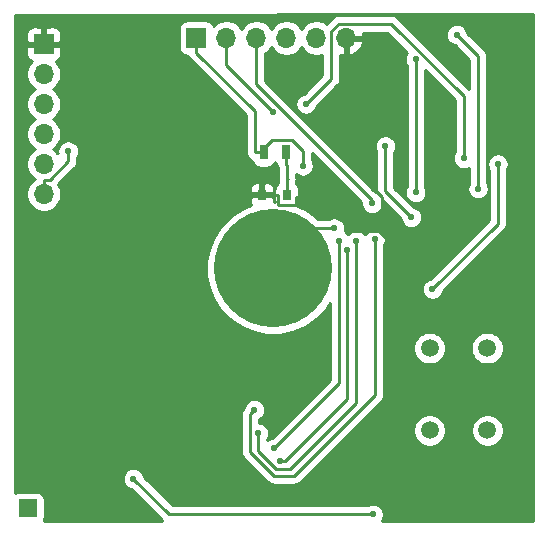
<source format=gtl>
G04 #@! TF.GenerationSoftware,KiCad,Pcbnew,5.1.7-a382d34a8~88~ubuntu18.04.1*
G04 #@! TF.CreationDate,2021-07-31T18:48:42+05:30*
G04 #@! TF.ProjectId,FrontEnd_HeavyDevice_v1,46726f6e-7445-46e6-945f-486561767944,rev?*
G04 #@! TF.SameCoordinates,Original*
G04 #@! TF.FileFunction,Copper,L1,Top*
G04 #@! TF.FilePolarity,Positive*
%FSLAX46Y46*%
G04 Gerber Fmt 4.6, Leading zero omitted, Abs format (unit mm)*
G04 Created by KiCad (PCBNEW 5.1.7-a382d34a8~88~ubuntu18.04.1) date 2021-07-31 18:48:42*
%MOMM*%
%LPD*%
G01*
G04 APERTURE LIST*
G04 #@! TA.AperFunction,ComponentPad*
%ADD10O,1.700000X1.700000*%
G04 #@! TD*
G04 #@! TA.AperFunction,ComponentPad*
%ADD11R,1.700000X1.700000*%
G04 #@! TD*
G04 #@! TA.AperFunction,SMDPad,CuDef*
%ADD12R,0.700000X1.300000*%
G04 #@! TD*
G04 #@! TA.AperFunction,SMDPad,CuDef*
%ADD13R,0.800000X0.900000*%
G04 #@! TD*
G04 #@! TA.AperFunction,ComponentPad*
%ADD14R,1.524000X1.524000*%
G04 #@! TD*
G04 #@! TA.AperFunction,SMDPad,CuDef*
%ADD15C,10.000000*%
G04 #@! TD*
G04 #@! TA.AperFunction,ComponentPad*
%ADD16C,1.500000*%
G04 #@! TD*
G04 #@! TA.AperFunction,ViaPad*
%ADD17C,0.550000*%
G04 #@! TD*
G04 #@! TA.AperFunction,Conductor*
%ADD18C,0.250000*%
G04 #@! TD*
G04 #@! TA.AperFunction,Conductor*
%ADD19C,0.254000*%
G04 #@! TD*
G04 #@! TA.AperFunction,Conductor*
%ADD20C,0.150000*%
G04 #@! TD*
G04 APERTURE END LIST*
D10*
X124240000Y-77890000D03*
X121700000Y-77890000D03*
X119160000Y-77890000D03*
X116620000Y-77890000D03*
X114080000Y-77890000D03*
D11*
X111540000Y-77890000D03*
X98623100Y-78399600D03*
D10*
X98623100Y-80939600D03*
X98623100Y-83479600D03*
X98623100Y-86019600D03*
X98623100Y-88559600D03*
X98623100Y-91099600D03*
D12*
X119149000Y-87566500D03*
X117249000Y-87566500D03*
D13*
X117090480Y-91178380D03*
X119190480Y-91178380D03*
D14*
X97287100Y-117704000D03*
D15*
X118029000Y-97373400D03*
D16*
X136177000Y-111097000D03*
X131297000Y-111097000D03*
X131282000Y-104140000D03*
X136162000Y-104140000D03*
D17*
X126559600Y-90690500D03*
X128701800Y-99247960D03*
X137066500Y-88552000D03*
X131523740Y-99141280D03*
X100684200Y-87466000D03*
X120818600Y-83479600D03*
X134159100Y-88073000D03*
X135387500Y-90642900D03*
X133588760Y-77604620D03*
X120566180Y-88719660D03*
X126418800Y-91894700D03*
X118030400Y-84135300D03*
X127540500Y-87024700D03*
X129739400Y-93058400D03*
X130106100Y-90964500D03*
X130106100Y-79704300D03*
X124317800Y-95859900D03*
X118610300Y-113737800D03*
X106197400Y-115209320D03*
X126494540Y-118219220D03*
X126644600Y-94942700D03*
X116449800Y-109360000D03*
X125094200Y-95048200D03*
X116798400Y-111360000D03*
X123613700Y-95048200D03*
X118110300Y-112621500D03*
X123215900Y-93984600D03*
D18*
X126559600Y-90690500D02*
X127233600Y-91364500D01*
X127233600Y-91364500D02*
X127233600Y-93968500D01*
X127233600Y-93968500D02*
X126983000Y-94219100D01*
X124240000Y-77890000D02*
X124240000Y-79115300D01*
X124240000Y-79115300D02*
X126559600Y-81434900D01*
X126559600Y-81434900D02*
X126559600Y-90690500D01*
X126983000Y-94219100D02*
X128701800Y-95937900D01*
X128701800Y-98859052D02*
X128701800Y-99247960D01*
X128701800Y-95937900D02*
X128701800Y-98859052D01*
X124767800Y-94219100D02*
X126983000Y-94219100D01*
X119965481Y-91363800D02*
X121912500Y-91363800D01*
X118415479Y-91178380D02*
X118415479Y-91928381D01*
X119965481Y-91928381D02*
X119965481Y-91363800D01*
X117090480Y-91178380D02*
X118415479Y-91178380D01*
X118415479Y-91928381D02*
X118490479Y-92003381D01*
X121912500Y-91363800D02*
X124767800Y-94219100D01*
X118490479Y-92003381D02*
X119890481Y-92003381D01*
X119890481Y-92003381D02*
X119965481Y-91928381D01*
X137066500Y-93598520D02*
X131523740Y-99141280D01*
X137066500Y-88552000D02*
X137066500Y-93598520D01*
X98623100Y-91099600D02*
X98623100Y-89874300D01*
X100684200Y-87466000D02*
X100684200Y-88321000D01*
X100684200Y-88321000D02*
X99130900Y-89874300D01*
X99130900Y-89874300D02*
X98623100Y-89874300D01*
X120818600Y-83479600D02*
X122970100Y-81328100D01*
X122970100Y-81328100D02*
X122970100Y-77336000D01*
X122970100Y-77336000D02*
X123641500Y-76664600D01*
X123641500Y-76664600D02*
X128019900Y-76664600D01*
X128019900Y-76664600D02*
X134159100Y-82803800D01*
X134159100Y-82803800D02*
X134159100Y-88073000D01*
X135387500Y-79403360D02*
X133588760Y-77604620D01*
X135387500Y-90642900D02*
X135387500Y-79403360D01*
X116886400Y-87566500D02*
X116523700Y-87566500D01*
X117249000Y-87566500D02*
X116886400Y-87566500D01*
X111540000Y-77890000D02*
X111540000Y-79115300D01*
X116523700Y-87566500D02*
X116523700Y-84099000D01*
X116523700Y-84099000D02*
X111540000Y-79115300D01*
X120566180Y-87432480D02*
X120566180Y-88719660D01*
X116886400Y-87566500D02*
X117942100Y-86510800D01*
X117942100Y-86510800D02*
X119644500Y-86510800D01*
X119644500Y-86510800D02*
X120566180Y-87432480D01*
X126418800Y-91894700D02*
X126418800Y-91604000D01*
X126418800Y-91604000D02*
X116620000Y-81805200D01*
X116620000Y-81805200D02*
X116620000Y-77890000D01*
X114080000Y-77890000D02*
X114080000Y-80184900D01*
X114080000Y-80184900D02*
X118030400Y-84135300D01*
X129739400Y-93058400D02*
X127540500Y-90859500D01*
X127540500Y-90859500D02*
X127540500Y-87024700D01*
X130106100Y-90964500D02*
X130106100Y-79704300D01*
X124317800Y-95859900D02*
X124317800Y-108457960D01*
X119037960Y-113737800D02*
X118610300Y-113737800D01*
X124317800Y-108457960D02*
X119037960Y-113737800D01*
X109207300Y-118219220D02*
X126494540Y-118219220D01*
X106197400Y-115209320D02*
X109207300Y-118219220D01*
X116101200Y-112929600D02*
X116101200Y-109708600D01*
X118104100Y-114932500D02*
X116101200Y-112929600D01*
X116101200Y-109708600D02*
X116449800Y-109360000D01*
X119844780Y-114932500D02*
X118104100Y-114932500D01*
X126644600Y-94942700D02*
X126644600Y-108132680D01*
X126644600Y-108132680D02*
X119844780Y-114932500D01*
X119492260Y-114401100D02*
X125094200Y-108799160D01*
X118307900Y-114401100D02*
X119492260Y-114401100D01*
X116798400Y-111360000D02*
X116798400Y-112891600D01*
X125094200Y-108799160D02*
X125094200Y-95048200D01*
X116798400Y-112891600D02*
X118307900Y-114401100D01*
X118110300Y-112621500D02*
X123613700Y-107118100D01*
X123613700Y-107118100D02*
X123613700Y-95048200D01*
X118029000Y-97373400D02*
X121417800Y-93984600D01*
X121417800Y-93984600D02*
X123215900Y-93984600D01*
X119240300Y-88683100D02*
X119149000Y-88591800D01*
X119257000Y-89786500D02*
X119240300Y-89769800D01*
X119149000Y-88591800D02*
X119149000Y-87566500D01*
X119240300Y-89769800D02*
X119240300Y-88683100D01*
X119240300Y-91128560D02*
X119190480Y-91178380D01*
X119240300Y-89769800D02*
X119240300Y-91128560D01*
D19*
X140060538Y-118760181D02*
X127231476Y-118754273D01*
X127300971Y-118650267D01*
X127369569Y-118484657D01*
X127404540Y-118308847D01*
X127404540Y-118129593D01*
X127369569Y-117953783D01*
X127300971Y-117788173D01*
X127201383Y-117639129D01*
X127074631Y-117512377D01*
X126925587Y-117412789D01*
X126759977Y-117344191D01*
X126584167Y-117309220D01*
X126404913Y-117309220D01*
X126229103Y-117344191D01*
X126063493Y-117412789D01*
X125994004Y-117459220D01*
X109522103Y-117459220D01*
X107088734Y-115025853D01*
X107072429Y-114943883D01*
X107003831Y-114778273D01*
X106904243Y-114629229D01*
X106777491Y-114502477D01*
X106628447Y-114402889D01*
X106462837Y-114334291D01*
X106287027Y-114299320D01*
X106107773Y-114299320D01*
X105931963Y-114334291D01*
X105766353Y-114402889D01*
X105617309Y-114502477D01*
X105490557Y-114629229D01*
X105390969Y-114778273D01*
X105322371Y-114943883D01*
X105287400Y-115119693D01*
X105287400Y-115298947D01*
X105322371Y-115474757D01*
X105390969Y-115640367D01*
X105490557Y-115789411D01*
X105617309Y-115916163D01*
X105766353Y-116015751D01*
X105931963Y-116084349D01*
X106013933Y-116100654D01*
X108643505Y-118730228D01*
X108656219Y-118745720D01*
X98622075Y-118741099D01*
X98638602Y-118710180D01*
X98674912Y-118590482D01*
X98687172Y-118466000D01*
X98687172Y-116942000D01*
X98674912Y-116817518D01*
X98638602Y-116697820D01*
X98579637Y-116587506D01*
X98500285Y-116490815D01*
X98403594Y-116411463D01*
X98293280Y-116352498D01*
X98173582Y-116316188D01*
X98049100Y-116303928D01*
X96525100Y-116303928D01*
X96400618Y-116316188D01*
X96280920Y-116352498D01*
X96184792Y-116403880D01*
X96147554Y-79249600D01*
X97135028Y-79249600D01*
X97147288Y-79374082D01*
X97183598Y-79493780D01*
X97242563Y-79604094D01*
X97321915Y-79700785D01*
X97418606Y-79780137D01*
X97528920Y-79839102D01*
X97601480Y-79861113D01*
X97469625Y-79992968D01*
X97307110Y-80236189D01*
X97195168Y-80506442D01*
X97138100Y-80793340D01*
X97138100Y-81085860D01*
X97195168Y-81372758D01*
X97307110Y-81643011D01*
X97469625Y-81886232D01*
X97676468Y-82093075D01*
X97850860Y-82209600D01*
X97676468Y-82326125D01*
X97469625Y-82532968D01*
X97307110Y-82776189D01*
X97195168Y-83046442D01*
X97138100Y-83333340D01*
X97138100Y-83625860D01*
X97195168Y-83912758D01*
X97307110Y-84183011D01*
X97469625Y-84426232D01*
X97676468Y-84633075D01*
X97850860Y-84749600D01*
X97676468Y-84866125D01*
X97469625Y-85072968D01*
X97307110Y-85316189D01*
X97195168Y-85586442D01*
X97138100Y-85873340D01*
X97138100Y-86165860D01*
X97195168Y-86452758D01*
X97307110Y-86723011D01*
X97469625Y-86966232D01*
X97676468Y-87173075D01*
X97850860Y-87289600D01*
X97676468Y-87406125D01*
X97469625Y-87612968D01*
X97307110Y-87856189D01*
X97195168Y-88126442D01*
X97138100Y-88413340D01*
X97138100Y-88705860D01*
X97195168Y-88992758D01*
X97307110Y-89263011D01*
X97469625Y-89506232D01*
X97676468Y-89713075D01*
X97850860Y-89829600D01*
X97676468Y-89946125D01*
X97469625Y-90152968D01*
X97307110Y-90396189D01*
X97195168Y-90666442D01*
X97138100Y-90953340D01*
X97138100Y-91245860D01*
X97195168Y-91532758D01*
X97307110Y-91803011D01*
X97469625Y-92046232D01*
X97676468Y-92253075D01*
X97919689Y-92415590D01*
X98189942Y-92527532D01*
X98476840Y-92584600D01*
X98769360Y-92584600D01*
X99056258Y-92527532D01*
X99326511Y-92415590D01*
X99569732Y-92253075D01*
X99776575Y-92046232D01*
X99939090Y-91803011D01*
X100051032Y-91532758D01*
X100108100Y-91245860D01*
X100108100Y-90953340D01*
X100063353Y-90728380D01*
X116052408Y-90728380D01*
X116055480Y-90892630D01*
X116214230Y-91051380D01*
X116963480Y-91051380D01*
X116963480Y-90252130D01*
X117217480Y-90252130D01*
X117217480Y-91051380D01*
X117966730Y-91051380D01*
X118125480Y-90892630D01*
X118128552Y-90728380D01*
X118116292Y-90603898D01*
X118079982Y-90484200D01*
X118021017Y-90373886D01*
X117941665Y-90277195D01*
X117844974Y-90197843D01*
X117734660Y-90138878D01*
X117614962Y-90102568D01*
X117490480Y-90090308D01*
X117376230Y-90093380D01*
X117217480Y-90252130D01*
X116963480Y-90252130D01*
X116804730Y-90093380D01*
X116690480Y-90090308D01*
X116565998Y-90102568D01*
X116446300Y-90138878D01*
X116335986Y-90197843D01*
X116239295Y-90277195D01*
X116159943Y-90373886D01*
X116100978Y-90484200D01*
X116064668Y-90603898D01*
X116052408Y-90728380D01*
X100063353Y-90728380D01*
X100051032Y-90666442D01*
X99939090Y-90396189D01*
X99836840Y-90243161D01*
X101195203Y-88884799D01*
X101224201Y-88861001D01*
X101266642Y-88809287D01*
X101319174Y-88745277D01*
X101389746Y-88613247D01*
X101402563Y-88570994D01*
X101433203Y-88469986D01*
X101444200Y-88358333D01*
X101444200Y-88358323D01*
X101447876Y-88321000D01*
X101444200Y-88283677D01*
X101444200Y-87966536D01*
X101490631Y-87897047D01*
X101559229Y-87731437D01*
X101594200Y-87555627D01*
X101594200Y-87376373D01*
X101559229Y-87200563D01*
X101490631Y-87034953D01*
X101391043Y-86885909D01*
X101264291Y-86759157D01*
X101115247Y-86659569D01*
X100949637Y-86590971D01*
X100773827Y-86556000D01*
X100594573Y-86556000D01*
X100418763Y-86590971D01*
X100253153Y-86659569D01*
X100104109Y-86759157D01*
X99977357Y-86885909D01*
X99877769Y-87034953D01*
X99809171Y-87200563D01*
X99774200Y-87376373D01*
X99774200Y-87555627D01*
X99789434Y-87632213D01*
X99776575Y-87612968D01*
X99569732Y-87406125D01*
X99395340Y-87289600D01*
X99569732Y-87173075D01*
X99776575Y-86966232D01*
X99939090Y-86723011D01*
X100051032Y-86452758D01*
X100108100Y-86165860D01*
X100108100Y-85873340D01*
X100051032Y-85586442D01*
X99939090Y-85316189D01*
X99776575Y-85072968D01*
X99569732Y-84866125D01*
X99395340Y-84749600D01*
X99569732Y-84633075D01*
X99776575Y-84426232D01*
X99939090Y-84183011D01*
X100051032Y-83912758D01*
X100108100Y-83625860D01*
X100108100Y-83333340D01*
X100051032Y-83046442D01*
X99939090Y-82776189D01*
X99776575Y-82532968D01*
X99569732Y-82326125D01*
X99395340Y-82209600D01*
X99569732Y-82093075D01*
X99776575Y-81886232D01*
X99939090Y-81643011D01*
X100051032Y-81372758D01*
X100108100Y-81085860D01*
X100108100Y-80793340D01*
X100051032Y-80506442D01*
X99939090Y-80236189D01*
X99776575Y-79992968D01*
X99644720Y-79861113D01*
X99717280Y-79839102D01*
X99827594Y-79780137D01*
X99924285Y-79700785D01*
X100003637Y-79604094D01*
X100062602Y-79493780D01*
X100098912Y-79374082D01*
X100111172Y-79249600D01*
X100108100Y-78685350D01*
X99949350Y-78526600D01*
X98750100Y-78526600D01*
X98750100Y-78546600D01*
X98496100Y-78546600D01*
X98496100Y-78526600D01*
X97296850Y-78526600D01*
X97138100Y-78685350D01*
X97135028Y-79249600D01*
X96147554Y-79249600D01*
X96145851Y-77549600D01*
X97135028Y-77549600D01*
X97138100Y-78113850D01*
X97296850Y-78272600D01*
X98496100Y-78272600D01*
X98496100Y-77073350D01*
X98750100Y-77073350D01*
X98750100Y-78272600D01*
X99949350Y-78272600D01*
X100108100Y-78113850D01*
X100111172Y-77549600D01*
X100098912Y-77425118D01*
X100062602Y-77305420D01*
X100003637Y-77195106D01*
X99924285Y-77098415D01*
X99853106Y-77040000D01*
X110051928Y-77040000D01*
X110051928Y-78740000D01*
X110064188Y-78864482D01*
X110100498Y-78984180D01*
X110159463Y-79094494D01*
X110238815Y-79191185D01*
X110335506Y-79270537D01*
X110445820Y-79329502D01*
X110565518Y-79365812D01*
X110690000Y-79378072D01*
X110825514Y-79378072D01*
X110834454Y-79407546D01*
X110905026Y-79539576D01*
X110966657Y-79614673D01*
X111000000Y-79655301D01*
X111028998Y-79679099D01*
X115763701Y-84413803D01*
X115763700Y-87529167D01*
X115760023Y-87566500D01*
X115774697Y-87715486D01*
X115818154Y-87858747D01*
X115888726Y-87990776D01*
X115951653Y-88067453D01*
X115983699Y-88106501D01*
X116099424Y-88201474D01*
X116231453Y-88272046D01*
X116267475Y-88282973D01*
X116273188Y-88340982D01*
X116309498Y-88460680D01*
X116368463Y-88570994D01*
X116447815Y-88667685D01*
X116544506Y-88747037D01*
X116654820Y-88806002D01*
X116774518Y-88842312D01*
X116899000Y-88854572D01*
X117599000Y-88854572D01*
X117723482Y-88842312D01*
X117843180Y-88806002D01*
X117953494Y-88747037D01*
X118050185Y-88667685D01*
X118129537Y-88570994D01*
X118188502Y-88460680D01*
X118199000Y-88426073D01*
X118209498Y-88460680D01*
X118268463Y-88570994D01*
X118347815Y-88667685D01*
X118396753Y-88707847D01*
X118399997Y-88740785D01*
X118438783Y-88868646D01*
X118443454Y-88884046D01*
X118480301Y-88952981D01*
X118480300Y-89732467D01*
X118480300Y-89732478D01*
X118476624Y-89769800D01*
X118480300Y-89807123D01*
X118480300Y-90174156D01*
X118435986Y-90197843D01*
X118339295Y-90277195D01*
X118259943Y-90373886D01*
X118200978Y-90484200D01*
X118164668Y-90603898D01*
X118152408Y-90728380D01*
X118152408Y-91628380D01*
X118163244Y-91738400D01*
X118117716Y-91738400D01*
X118128552Y-91628380D01*
X118125480Y-91464130D01*
X117966730Y-91305380D01*
X117217480Y-91305380D01*
X117217480Y-91325380D01*
X116963480Y-91325380D01*
X116963480Y-91305380D01*
X116214230Y-91305380D01*
X116055480Y-91464130D01*
X116052408Y-91628380D01*
X116064668Y-91752862D01*
X116100978Y-91872560D01*
X116159943Y-91982874D01*
X116200020Y-92031708D01*
X115359827Y-92379728D01*
X114436897Y-92996410D01*
X113652010Y-93781297D01*
X113035328Y-94704227D01*
X112610550Y-95729731D01*
X112394000Y-96818401D01*
X112394000Y-97928399D01*
X112610550Y-99017069D01*
X113035328Y-100042573D01*
X113652010Y-100965503D01*
X114436897Y-101750390D01*
X115359827Y-102367072D01*
X116385331Y-102791850D01*
X117474001Y-103008400D01*
X118583999Y-103008400D01*
X119672669Y-102791850D01*
X120698173Y-102367072D01*
X121621103Y-101750390D01*
X122405990Y-100965503D01*
X122853701Y-100295457D01*
X122853700Y-106803298D01*
X117926833Y-111730166D01*
X117844863Y-111746471D01*
X117679253Y-111815069D01*
X117558400Y-111895820D01*
X117558400Y-111860536D01*
X117604831Y-111791047D01*
X117673429Y-111625437D01*
X117708400Y-111449627D01*
X117708400Y-111270373D01*
X117673429Y-111094563D01*
X117604831Y-110928953D01*
X117505243Y-110779909D01*
X117378491Y-110653157D01*
X117229447Y-110553569D01*
X117063837Y-110484971D01*
X116888027Y-110450000D01*
X116861200Y-110450000D01*
X116861200Y-110174569D01*
X116880847Y-110166431D01*
X117029891Y-110066843D01*
X117156643Y-109940091D01*
X117256231Y-109791047D01*
X117324829Y-109625437D01*
X117359800Y-109449627D01*
X117359800Y-109270373D01*
X117324829Y-109094563D01*
X117256231Y-108928953D01*
X117156643Y-108779909D01*
X117029891Y-108653157D01*
X116880847Y-108553569D01*
X116715237Y-108484971D01*
X116539427Y-108450000D01*
X116360173Y-108450000D01*
X116184363Y-108484971D01*
X116018753Y-108553569D01*
X115869709Y-108653157D01*
X115742957Y-108779909D01*
X115643369Y-108928953D01*
X115574771Y-109094563D01*
X115559674Y-109170458D01*
X115537402Y-109197597D01*
X115537401Y-109197598D01*
X115466226Y-109284324D01*
X115395654Y-109416354D01*
X115352198Y-109559615D01*
X115337524Y-109708600D01*
X115341201Y-109745932D01*
X115341200Y-112892277D01*
X115337524Y-112929600D01*
X115341200Y-112966922D01*
X115341200Y-112966932D01*
X115352197Y-113078585D01*
X115384568Y-113185299D01*
X115395654Y-113221846D01*
X115466226Y-113353876D01*
X115479871Y-113370502D01*
X115561199Y-113469601D01*
X115590203Y-113493404D01*
X117540301Y-115443503D01*
X117564099Y-115472501D01*
X117679824Y-115567474D01*
X117811853Y-115638046D01*
X117955114Y-115681503D01*
X118066767Y-115692500D01*
X118066776Y-115692500D01*
X118104099Y-115696176D01*
X118141422Y-115692500D01*
X119807458Y-115692500D01*
X119844780Y-115696176D01*
X119882102Y-115692500D01*
X119882113Y-115692500D01*
X119993766Y-115681503D01*
X120137027Y-115638046D01*
X120269056Y-115567474D01*
X120384781Y-115472501D01*
X120408584Y-115443497D01*
X124891492Y-110960589D01*
X129912000Y-110960589D01*
X129912000Y-111233411D01*
X129965225Y-111500989D01*
X130069629Y-111753043D01*
X130221201Y-111979886D01*
X130414114Y-112172799D01*
X130640957Y-112324371D01*
X130893011Y-112428775D01*
X131160589Y-112482000D01*
X131433411Y-112482000D01*
X131700989Y-112428775D01*
X131953043Y-112324371D01*
X132179886Y-112172799D01*
X132372799Y-111979886D01*
X132524371Y-111753043D01*
X132628775Y-111500989D01*
X132682000Y-111233411D01*
X132682000Y-110960589D01*
X134792000Y-110960589D01*
X134792000Y-111233411D01*
X134845225Y-111500989D01*
X134949629Y-111753043D01*
X135101201Y-111979886D01*
X135294114Y-112172799D01*
X135520957Y-112324371D01*
X135773011Y-112428775D01*
X136040589Y-112482000D01*
X136313411Y-112482000D01*
X136580989Y-112428775D01*
X136833043Y-112324371D01*
X137059886Y-112172799D01*
X137252799Y-111979886D01*
X137404371Y-111753043D01*
X137508775Y-111500989D01*
X137562000Y-111233411D01*
X137562000Y-110960589D01*
X137508775Y-110693011D01*
X137404371Y-110440957D01*
X137252799Y-110214114D01*
X137059886Y-110021201D01*
X136833043Y-109869629D01*
X136580989Y-109765225D01*
X136313411Y-109712000D01*
X136040589Y-109712000D01*
X135773011Y-109765225D01*
X135520957Y-109869629D01*
X135294114Y-110021201D01*
X135101201Y-110214114D01*
X134949629Y-110440957D01*
X134845225Y-110693011D01*
X134792000Y-110960589D01*
X132682000Y-110960589D01*
X132628775Y-110693011D01*
X132524371Y-110440957D01*
X132372799Y-110214114D01*
X132179886Y-110021201D01*
X131953043Y-109869629D01*
X131700989Y-109765225D01*
X131433411Y-109712000D01*
X131160589Y-109712000D01*
X130893011Y-109765225D01*
X130640957Y-109869629D01*
X130414114Y-110021201D01*
X130221201Y-110214114D01*
X130069629Y-110440957D01*
X129965225Y-110693011D01*
X129912000Y-110960589D01*
X124891492Y-110960589D01*
X127155603Y-108696479D01*
X127184601Y-108672681D01*
X127279574Y-108556956D01*
X127350146Y-108424927D01*
X127393603Y-108281666D01*
X127404600Y-108170013D01*
X127404600Y-108170005D01*
X127408276Y-108132680D01*
X127404600Y-108095355D01*
X127404600Y-104003589D01*
X129897000Y-104003589D01*
X129897000Y-104276411D01*
X129950225Y-104543989D01*
X130054629Y-104796043D01*
X130206201Y-105022886D01*
X130399114Y-105215799D01*
X130625957Y-105367371D01*
X130878011Y-105471775D01*
X131145589Y-105525000D01*
X131418411Y-105525000D01*
X131685989Y-105471775D01*
X131938043Y-105367371D01*
X132164886Y-105215799D01*
X132357799Y-105022886D01*
X132509371Y-104796043D01*
X132613775Y-104543989D01*
X132667000Y-104276411D01*
X132667000Y-104003589D01*
X134777000Y-104003589D01*
X134777000Y-104276411D01*
X134830225Y-104543989D01*
X134934629Y-104796043D01*
X135086201Y-105022886D01*
X135279114Y-105215799D01*
X135505957Y-105367371D01*
X135758011Y-105471775D01*
X136025589Y-105525000D01*
X136298411Y-105525000D01*
X136565989Y-105471775D01*
X136818043Y-105367371D01*
X137044886Y-105215799D01*
X137237799Y-105022886D01*
X137389371Y-104796043D01*
X137493775Y-104543989D01*
X137547000Y-104276411D01*
X137547000Y-104003589D01*
X137493775Y-103736011D01*
X137389371Y-103483957D01*
X137237799Y-103257114D01*
X137044886Y-103064201D01*
X136818043Y-102912629D01*
X136565989Y-102808225D01*
X136298411Y-102755000D01*
X136025589Y-102755000D01*
X135758011Y-102808225D01*
X135505957Y-102912629D01*
X135279114Y-103064201D01*
X135086201Y-103257114D01*
X134934629Y-103483957D01*
X134830225Y-103736011D01*
X134777000Y-104003589D01*
X132667000Y-104003589D01*
X132613775Y-103736011D01*
X132509371Y-103483957D01*
X132357799Y-103257114D01*
X132164886Y-103064201D01*
X131938043Y-102912629D01*
X131685989Y-102808225D01*
X131418411Y-102755000D01*
X131145589Y-102755000D01*
X130878011Y-102808225D01*
X130625957Y-102912629D01*
X130399114Y-103064201D01*
X130206201Y-103257114D01*
X130054629Y-103483957D01*
X129950225Y-103736011D01*
X129897000Y-104003589D01*
X127404600Y-104003589D01*
X127404600Y-99051653D01*
X130613740Y-99051653D01*
X130613740Y-99230907D01*
X130648711Y-99406717D01*
X130717309Y-99572327D01*
X130816897Y-99721371D01*
X130943649Y-99848123D01*
X131092693Y-99947711D01*
X131258303Y-100016309D01*
X131434113Y-100051280D01*
X131613367Y-100051280D01*
X131789177Y-100016309D01*
X131954787Y-99947711D01*
X132103831Y-99848123D01*
X132230583Y-99721371D01*
X132330171Y-99572327D01*
X132398769Y-99406717D01*
X132415074Y-99324747D01*
X137577503Y-94162319D01*
X137606501Y-94138521D01*
X137701474Y-94022796D01*
X137772046Y-93890767D01*
X137815503Y-93747506D01*
X137826500Y-93635853D01*
X137826500Y-93635844D01*
X137830176Y-93598521D01*
X137826500Y-93561198D01*
X137826500Y-89052536D01*
X137872931Y-88983047D01*
X137941529Y-88817437D01*
X137976500Y-88641627D01*
X137976500Y-88462373D01*
X137941529Y-88286563D01*
X137872931Y-88120953D01*
X137773343Y-87971909D01*
X137646591Y-87845157D01*
X137497547Y-87745569D01*
X137331937Y-87676971D01*
X137156127Y-87642000D01*
X136976873Y-87642000D01*
X136801063Y-87676971D01*
X136635453Y-87745569D01*
X136486409Y-87845157D01*
X136359657Y-87971909D01*
X136260069Y-88120953D01*
X136191471Y-88286563D01*
X136156500Y-88462373D01*
X136156500Y-88641627D01*
X136191471Y-88817437D01*
X136260069Y-88983047D01*
X136306500Y-89052536D01*
X136306501Y-93283717D01*
X131340273Y-98249946D01*
X131258303Y-98266251D01*
X131092693Y-98334849D01*
X130943649Y-98434437D01*
X130816897Y-98561189D01*
X130717309Y-98710233D01*
X130648711Y-98875843D01*
X130613740Y-99051653D01*
X127404600Y-99051653D01*
X127404600Y-95443236D01*
X127451031Y-95373747D01*
X127519629Y-95208137D01*
X127554600Y-95032327D01*
X127554600Y-94853073D01*
X127519629Y-94677263D01*
X127451031Y-94511653D01*
X127351443Y-94362609D01*
X127224691Y-94235857D01*
X127075647Y-94136269D01*
X126910037Y-94067671D01*
X126734227Y-94032700D01*
X126554973Y-94032700D01*
X126379163Y-94067671D01*
X126213553Y-94136269D01*
X126064509Y-94235857D01*
X125937757Y-94362609D01*
X125838169Y-94511653D01*
X125835096Y-94519073D01*
X125801043Y-94468109D01*
X125674291Y-94341357D01*
X125525247Y-94241769D01*
X125359637Y-94173171D01*
X125183827Y-94138200D01*
X125004573Y-94138200D01*
X124828763Y-94173171D01*
X124663153Y-94241769D01*
X124514109Y-94341357D01*
X124387357Y-94468109D01*
X124353950Y-94518106D01*
X124320543Y-94468109D01*
X124193791Y-94341357D01*
X124083600Y-94267730D01*
X124090929Y-94250037D01*
X124125900Y-94074227D01*
X124125900Y-93894973D01*
X124090929Y-93719163D01*
X124022331Y-93553553D01*
X123922743Y-93404509D01*
X123795991Y-93277757D01*
X123646947Y-93178169D01*
X123481337Y-93109571D01*
X123305527Y-93074600D01*
X123126273Y-93074600D01*
X122950463Y-93109571D01*
X122784853Y-93178169D01*
X122715364Y-93224600D01*
X121849293Y-93224600D01*
X121621103Y-92996410D01*
X120698173Y-92379728D01*
X120018806Y-92098325D01*
X120041665Y-92079565D01*
X120121017Y-91982874D01*
X120179982Y-91872560D01*
X120216292Y-91752862D01*
X120228552Y-91628380D01*
X120228552Y-90728380D01*
X120216292Y-90603898D01*
X120179982Y-90484200D01*
X120121017Y-90373886D01*
X120041665Y-90277195D01*
X120000300Y-90243248D01*
X120000300Y-89954282D01*
X120006002Y-89935485D01*
X120020676Y-89786499D01*
X120006002Y-89637514D01*
X120000300Y-89618717D01*
X120000300Y-89435998D01*
X120135133Y-89526091D01*
X120300743Y-89594689D01*
X120476553Y-89629660D01*
X120655807Y-89629660D01*
X120831617Y-89594689D01*
X120997227Y-89526091D01*
X121146271Y-89426503D01*
X121273023Y-89299751D01*
X121372611Y-89150707D01*
X121441209Y-88985097D01*
X121476180Y-88809287D01*
X121476180Y-88630033D01*
X121441209Y-88454223D01*
X121372611Y-88288613D01*
X121326180Y-88219124D01*
X121326180Y-87586182D01*
X125514818Y-91774820D01*
X125508800Y-91805073D01*
X125508800Y-91984327D01*
X125543771Y-92160137D01*
X125612369Y-92325747D01*
X125711957Y-92474791D01*
X125838709Y-92601543D01*
X125987753Y-92701131D01*
X126153363Y-92769729D01*
X126329173Y-92804700D01*
X126508427Y-92804700D01*
X126684237Y-92769729D01*
X126849847Y-92701131D01*
X126998891Y-92601543D01*
X127125643Y-92474791D01*
X127225231Y-92325747D01*
X127293829Y-92160137D01*
X127328800Y-91984327D01*
X127328800Y-91805073D01*
X127308322Y-91702123D01*
X128848066Y-93241868D01*
X128864371Y-93323837D01*
X128932969Y-93489447D01*
X129032557Y-93638491D01*
X129159309Y-93765243D01*
X129308353Y-93864831D01*
X129473963Y-93933429D01*
X129649773Y-93968400D01*
X129829027Y-93968400D01*
X130004837Y-93933429D01*
X130170447Y-93864831D01*
X130319491Y-93765243D01*
X130446243Y-93638491D01*
X130545831Y-93489447D01*
X130614429Y-93323837D01*
X130649400Y-93148027D01*
X130649400Y-92968773D01*
X130614429Y-92792963D01*
X130545831Y-92627353D01*
X130446243Y-92478309D01*
X130319491Y-92351557D01*
X130170447Y-92251969D01*
X130004837Y-92183371D01*
X129922868Y-92167066D01*
X128300500Y-90544699D01*
X128300500Y-87525236D01*
X128346931Y-87455747D01*
X128415529Y-87290137D01*
X128450500Y-87114327D01*
X128450500Y-86935073D01*
X128415529Y-86759263D01*
X128346931Y-86593653D01*
X128247343Y-86444609D01*
X128120591Y-86317857D01*
X127971547Y-86218269D01*
X127805937Y-86149671D01*
X127630127Y-86114700D01*
X127450873Y-86114700D01*
X127275063Y-86149671D01*
X127109453Y-86218269D01*
X126960409Y-86317857D01*
X126833657Y-86444609D01*
X126734069Y-86593653D01*
X126665471Y-86759263D01*
X126630500Y-86935073D01*
X126630500Y-87114327D01*
X126665471Y-87290137D01*
X126734069Y-87455747D01*
X126780501Y-87525237D01*
X126780500Y-90822177D01*
X126776824Y-90859500D01*
X126779853Y-90890251D01*
X117380000Y-81490399D01*
X117380000Y-79168178D01*
X117566632Y-79043475D01*
X117773475Y-78836632D01*
X117890000Y-78662240D01*
X118006525Y-78836632D01*
X118213368Y-79043475D01*
X118456589Y-79205990D01*
X118726842Y-79317932D01*
X119013740Y-79375000D01*
X119306260Y-79375000D01*
X119593158Y-79317932D01*
X119863411Y-79205990D01*
X120106632Y-79043475D01*
X120313475Y-78836632D01*
X120430000Y-78662240D01*
X120546525Y-78836632D01*
X120753368Y-79043475D01*
X120996589Y-79205990D01*
X121266842Y-79317932D01*
X121553740Y-79375000D01*
X121846260Y-79375000D01*
X122133158Y-79317932D01*
X122210101Y-79286061D01*
X122210100Y-81013297D01*
X120635133Y-82588266D01*
X120553163Y-82604571D01*
X120387553Y-82673169D01*
X120238509Y-82772757D01*
X120111757Y-82899509D01*
X120012169Y-83048553D01*
X119943571Y-83214163D01*
X119908600Y-83389973D01*
X119908600Y-83569227D01*
X119943571Y-83745037D01*
X120012169Y-83910647D01*
X120111757Y-84059691D01*
X120238509Y-84186443D01*
X120387553Y-84286031D01*
X120553163Y-84354629D01*
X120728973Y-84389600D01*
X120908227Y-84389600D01*
X121084037Y-84354629D01*
X121249647Y-84286031D01*
X121398691Y-84186443D01*
X121525443Y-84059691D01*
X121625031Y-83910647D01*
X121693629Y-83745037D01*
X121709934Y-83663067D01*
X123481109Y-81891894D01*
X123510101Y-81868101D01*
X123533895Y-81839108D01*
X123533899Y-81839104D01*
X123605073Y-81752377D01*
X123605074Y-81752376D01*
X123675646Y-81620347D01*
X123719103Y-81477086D01*
X123730100Y-81365433D01*
X123730100Y-81365424D01*
X123733776Y-81328101D01*
X123730100Y-81290778D01*
X123730100Y-79284062D01*
X123735901Y-79286825D01*
X123883110Y-79331476D01*
X124113000Y-79210155D01*
X124113000Y-78017000D01*
X124367000Y-78017000D01*
X124367000Y-79210155D01*
X124596890Y-79331476D01*
X124744099Y-79286825D01*
X125006920Y-79161641D01*
X125240269Y-78987588D01*
X125435178Y-78771355D01*
X125584157Y-78521252D01*
X125681481Y-78246891D01*
X125560814Y-78017000D01*
X124367000Y-78017000D01*
X124113000Y-78017000D01*
X124093000Y-78017000D01*
X124093000Y-77763000D01*
X124113000Y-77763000D01*
X124113000Y-77743000D01*
X124367000Y-77743000D01*
X124367000Y-77763000D01*
X125560814Y-77763000D01*
X125681481Y-77533109D01*
X125642990Y-77424600D01*
X127705099Y-77424600D01*
X129401982Y-79121484D01*
X129399257Y-79124209D01*
X129299669Y-79273253D01*
X129231071Y-79438863D01*
X129196100Y-79614673D01*
X129196100Y-79793927D01*
X129231071Y-79969737D01*
X129299669Y-80135347D01*
X129346101Y-80204837D01*
X129346100Y-90463964D01*
X129299669Y-90533453D01*
X129231071Y-90699063D01*
X129196100Y-90874873D01*
X129196100Y-91054127D01*
X129231071Y-91229937D01*
X129299669Y-91395547D01*
X129399257Y-91544591D01*
X129526009Y-91671343D01*
X129675053Y-91770931D01*
X129840663Y-91839529D01*
X130016473Y-91874500D01*
X130195727Y-91874500D01*
X130371537Y-91839529D01*
X130537147Y-91770931D01*
X130686191Y-91671343D01*
X130812943Y-91544591D01*
X130912531Y-91395547D01*
X130981129Y-91229937D01*
X131016100Y-91054127D01*
X131016100Y-90874873D01*
X130981129Y-90699063D01*
X130912531Y-90533453D01*
X130866100Y-90463964D01*
X130866100Y-80585602D01*
X133399100Y-83118602D01*
X133399101Y-87572463D01*
X133352669Y-87641953D01*
X133284071Y-87807563D01*
X133249100Y-87983373D01*
X133249100Y-88162627D01*
X133284071Y-88338437D01*
X133352669Y-88504047D01*
X133452257Y-88653091D01*
X133579009Y-88779843D01*
X133728053Y-88879431D01*
X133893663Y-88948029D01*
X134069473Y-88983000D01*
X134248727Y-88983000D01*
X134424537Y-88948029D01*
X134590147Y-88879431D01*
X134627500Y-88854472D01*
X134627500Y-90142364D01*
X134581069Y-90211853D01*
X134512471Y-90377463D01*
X134477500Y-90553273D01*
X134477500Y-90732527D01*
X134512471Y-90908337D01*
X134581069Y-91073947D01*
X134680657Y-91222991D01*
X134807409Y-91349743D01*
X134956453Y-91449331D01*
X135122063Y-91517929D01*
X135297873Y-91552900D01*
X135477127Y-91552900D01*
X135652937Y-91517929D01*
X135818547Y-91449331D01*
X135967591Y-91349743D01*
X136094343Y-91222991D01*
X136193931Y-91073947D01*
X136262529Y-90908337D01*
X136297500Y-90732527D01*
X136297500Y-90553273D01*
X136262529Y-90377463D01*
X136193931Y-90211853D01*
X136147500Y-90142364D01*
X136147500Y-79440693D01*
X136151177Y-79403360D01*
X136136503Y-79254374D01*
X136093046Y-79111113D01*
X136022474Y-78979084D01*
X135951299Y-78892357D01*
X135927501Y-78863359D01*
X135898503Y-78839561D01*
X134480094Y-77421153D01*
X134463789Y-77339183D01*
X134395191Y-77173573D01*
X134295603Y-77024529D01*
X134168851Y-76897777D01*
X134019807Y-76798189D01*
X133854197Y-76729591D01*
X133678387Y-76694620D01*
X133499133Y-76694620D01*
X133323323Y-76729591D01*
X133157713Y-76798189D01*
X133008669Y-76897777D01*
X132881917Y-77024529D01*
X132782329Y-77173573D01*
X132713731Y-77339183D01*
X132678760Y-77514993D01*
X132678760Y-77694247D01*
X132713731Y-77870057D01*
X132782329Y-78035667D01*
X132881917Y-78184711D01*
X133008669Y-78311463D01*
X133157713Y-78411051D01*
X133323323Y-78479649D01*
X133405293Y-78495954D01*
X134627501Y-79718163D01*
X134627501Y-82197399D01*
X128583704Y-76153603D01*
X128559901Y-76124599D01*
X128444176Y-76029626D01*
X128312147Y-75959054D01*
X128168886Y-75915597D01*
X128057233Y-75904600D01*
X128057222Y-75904600D01*
X128019900Y-75900924D01*
X127982578Y-75904600D01*
X123678822Y-75904600D01*
X123641500Y-75900924D01*
X123604177Y-75904600D01*
X123604167Y-75904600D01*
X123492514Y-75915597D01*
X123349253Y-75959054D01*
X123217223Y-76029626D01*
X123133583Y-76098268D01*
X123101499Y-76124599D01*
X123077700Y-76153598D01*
X122555600Y-76675699D01*
X122403411Y-76574010D01*
X122133158Y-76462068D01*
X121846260Y-76405000D01*
X121553740Y-76405000D01*
X121266842Y-76462068D01*
X120996589Y-76574010D01*
X120753368Y-76736525D01*
X120546525Y-76943368D01*
X120430000Y-77117760D01*
X120313475Y-76943368D01*
X120106632Y-76736525D01*
X119863411Y-76574010D01*
X119593158Y-76462068D01*
X119306260Y-76405000D01*
X119013740Y-76405000D01*
X118726842Y-76462068D01*
X118456589Y-76574010D01*
X118213368Y-76736525D01*
X118006525Y-76943368D01*
X117890000Y-77117760D01*
X117773475Y-76943368D01*
X117566632Y-76736525D01*
X117323411Y-76574010D01*
X117053158Y-76462068D01*
X116766260Y-76405000D01*
X116473740Y-76405000D01*
X116186842Y-76462068D01*
X115916589Y-76574010D01*
X115673368Y-76736525D01*
X115466525Y-76943368D01*
X115350000Y-77117760D01*
X115233475Y-76943368D01*
X115026632Y-76736525D01*
X114783411Y-76574010D01*
X114513158Y-76462068D01*
X114226260Y-76405000D01*
X113933740Y-76405000D01*
X113646842Y-76462068D01*
X113376589Y-76574010D01*
X113133368Y-76736525D01*
X113001513Y-76868380D01*
X112979502Y-76795820D01*
X112920537Y-76685506D01*
X112841185Y-76588815D01*
X112744494Y-76509463D01*
X112634180Y-76450498D01*
X112514482Y-76414188D01*
X112390000Y-76401928D01*
X110690000Y-76401928D01*
X110565518Y-76414188D01*
X110445820Y-76450498D01*
X110335506Y-76509463D01*
X110238815Y-76588815D01*
X110159463Y-76685506D01*
X110100498Y-76795820D01*
X110064188Y-76915518D01*
X110051928Y-77040000D01*
X99853106Y-77040000D01*
X99827594Y-77019063D01*
X99717280Y-76960098D01*
X99597582Y-76923788D01*
X99473100Y-76911528D01*
X98908850Y-76914600D01*
X98750100Y-77073350D01*
X98496100Y-77073350D01*
X98337350Y-76914600D01*
X97773100Y-76911528D01*
X97648618Y-76923788D01*
X97528920Y-76960098D01*
X97418606Y-77019063D01*
X97321915Y-77098415D01*
X97242563Y-77195106D01*
X97183598Y-77305420D01*
X97147288Y-77425118D01*
X97135028Y-77549600D01*
X96145851Y-77549600D01*
X96144207Y-75910361D01*
X140012562Y-75882580D01*
X140060538Y-118760181D01*
G04 #@! TA.AperFunction,Conductor*
D20*
G36*
X140060538Y-118760181D02*
G01*
X127231476Y-118754273D01*
X127300971Y-118650267D01*
X127369569Y-118484657D01*
X127404540Y-118308847D01*
X127404540Y-118129593D01*
X127369569Y-117953783D01*
X127300971Y-117788173D01*
X127201383Y-117639129D01*
X127074631Y-117512377D01*
X126925587Y-117412789D01*
X126759977Y-117344191D01*
X126584167Y-117309220D01*
X126404913Y-117309220D01*
X126229103Y-117344191D01*
X126063493Y-117412789D01*
X125994004Y-117459220D01*
X109522103Y-117459220D01*
X107088734Y-115025853D01*
X107072429Y-114943883D01*
X107003831Y-114778273D01*
X106904243Y-114629229D01*
X106777491Y-114502477D01*
X106628447Y-114402889D01*
X106462837Y-114334291D01*
X106287027Y-114299320D01*
X106107773Y-114299320D01*
X105931963Y-114334291D01*
X105766353Y-114402889D01*
X105617309Y-114502477D01*
X105490557Y-114629229D01*
X105390969Y-114778273D01*
X105322371Y-114943883D01*
X105287400Y-115119693D01*
X105287400Y-115298947D01*
X105322371Y-115474757D01*
X105390969Y-115640367D01*
X105490557Y-115789411D01*
X105617309Y-115916163D01*
X105766353Y-116015751D01*
X105931963Y-116084349D01*
X106013933Y-116100654D01*
X108643505Y-118730228D01*
X108656219Y-118745720D01*
X98622075Y-118741099D01*
X98638602Y-118710180D01*
X98674912Y-118590482D01*
X98687172Y-118466000D01*
X98687172Y-116942000D01*
X98674912Y-116817518D01*
X98638602Y-116697820D01*
X98579637Y-116587506D01*
X98500285Y-116490815D01*
X98403594Y-116411463D01*
X98293280Y-116352498D01*
X98173582Y-116316188D01*
X98049100Y-116303928D01*
X96525100Y-116303928D01*
X96400618Y-116316188D01*
X96280920Y-116352498D01*
X96184792Y-116403880D01*
X96147554Y-79249600D01*
X97135028Y-79249600D01*
X97147288Y-79374082D01*
X97183598Y-79493780D01*
X97242563Y-79604094D01*
X97321915Y-79700785D01*
X97418606Y-79780137D01*
X97528920Y-79839102D01*
X97601480Y-79861113D01*
X97469625Y-79992968D01*
X97307110Y-80236189D01*
X97195168Y-80506442D01*
X97138100Y-80793340D01*
X97138100Y-81085860D01*
X97195168Y-81372758D01*
X97307110Y-81643011D01*
X97469625Y-81886232D01*
X97676468Y-82093075D01*
X97850860Y-82209600D01*
X97676468Y-82326125D01*
X97469625Y-82532968D01*
X97307110Y-82776189D01*
X97195168Y-83046442D01*
X97138100Y-83333340D01*
X97138100Y-83625860D01*
X97195168Y-83912758D01*
X97307110Y-84183011D01*
X97469625Y-84426232D01*
X97676468Y-84633075D01*
X97850860Y-84749600D01*
X97676468Y-84866125D01*
X97469625Y-85072968D01*
X97307110Y-85316189D01*
X97195168Y-85586442D01*
X97138100Y-85873340D01*
X97138100Y-86165860D01*
X97195168Y-86452758D01*
X97307110Y-86723011D01*
X97469625Y-86966232D01*
X97676468Y-87173075D01*
X97850860Y-87289600D01*
X97676468Y-87406125D01*
X97469625Y-87612968D01*
X97307110Y-87856189D01*
X97195168Y-88126442D01*
X97138100Y-88413340D01*
X97138100Y-88705860D01*
X97195168Y-88992758D01*
X97307110Y-89263011D01*
X97469625Y-89506232D01*
X97676468Y-89713075D01*
X97850860Y-89829600D01*
X97676468Y-89946125D01*
X97469625Y-90152968D01*
X97307110Y-90396189D01*
X97195168Y-90666442D01*
X97138100Y-90953340D01*
X97138100Y-91245860D01*
X97195168Y-91532758D01*
X97307110Y-91803011D01*
X97469625Y-92046232D01*
X97676468Y-92253075D01*
X97919689Y-92415590D01*
X98189942Y-92527532D01*
X98476840Y-92584600D01*
X98769360Y-92584600D01*
X99056258Y-92527532D01*
X99326511Y-92415590D01*
X99569732Y-92253075D01*
X99776575Y-92046232D01*
X99939090Y-91803011D01*
X100051032Y-91532758D01*
X100108100Y-91245860D01*
X100108100Y-90953340D01*
X100063353Y-90728380D01*
X116052408Y-90728380D01*
X116055480Y-90892630D01*
X116214230Y-91051380D01*
X116963480Y-91051380D01*
X116963480Y-90252130D01*
X117217480Y-90252130D01*
X117217480Y-91051380D01*
X117966730Y-91051380D01*
X118125480Y-90892630D01*
X118128552Y-90728380D01*
X118116292Y-90603898D01*
X118079982Y-90484200D01*
X118021017Y-90373886D01*
X117941665Y-90277195D01*
X117844974Y-90197843D01*
X117734660Y-90138878D01*
X117614962Y-90102568D01*
X117490480Y-90090308D01*
X117376230Y-90093380D01*
X117217480Y-90252130D01*
X116963480Y-90252130D01*
X116804730Y-90093380D01*
X116690480Y-90090308D01*
X116565998Y-90102568D01*
X116446300Y-90138878D01*
X116335986Y-90197843D01*
X116239295Y-90277195D01*
X116159943Y-90373886D01*
X116100978Y-90484200D01*
X116064668Y-90603898D01*
X116052408Y-90728380D01*
X100063353Y-90728380D01*
X100051032Y-90666442D01*
X99939090Y-90396189D01*
X99836840Y-90243161D01*
X101195203Y-88884799D01*
X101224201Y-88861001D01*
X101266642Y-88809287D01*
X101319174Y-88745277D01*
X101389746Y-88613247D01*
X101402563Y-88570994D01*
X101433203Y-88469986D01*
X101444200Y-88358333D01*
X101444200Y-88358323D01*
X101447876Y-88321000D01*
X101444200Y-88283677D01*
X101444200Y-87966536D01*
X101490631Y-87897047D01*
X101559229Y-87731437D01*
X101594200Y-87555627D01*
X101594200Y-87376373D01*
X101559229Y-87200563D01*
X101490631Y-87034953D01*
X101391043Y-86885909D01*
X101264291Y-86759157D01*
X101115247Y-86659569D01*
X100949637Y-86590971D01*
X100773827Y-86556000D01*
X100594573Y-86556000D01*
X100418763Y-86590971D01*
X100253153Y-86659569D01*
X100104109Y-86759157D01*
X99977357Y-86885909D01*
X99877769Y-87034953D01*
X99809171Y-87200563D01*
X99774200Y-87376373D01*
X99774200Y-87555627D01*
X99789434Y-87632213D01*
X99776575Y-87612968D01*
X99569732Y-87406125D01*
X99395340Y-87289600D01*
X99569732Y-87173075D01*
X99776575Y-86966232D01*
X99939090Y-86723011D01*
X100051032Y-86452758D01*
X100108100Y-86165860D01*
X100108100Y-85873340D01*
X100051032Y-85586442D01*
X99939090Y-85316189D01*
X99776575Y-85072968D01*
X99569732Y-84866125D01*
X99395340Y-84749600D01*
X99569732Y-84633075D01*
X99776575Y-84426232D01*
X99939090Y-84183011D01*
X100051032Y-83912758D01*
X100108100Y-83625860D01*
X100108100Y-83333340D01*
X100051032Y-83046442D01*
X99939090Y-82776189D01*
X99776575Y-82532968D01*
X99569732Y-82326125D01*
X99395340Y-82209600D01*
X99569732Y-82093075D01*
X99776575Y-81886232D01*
X99939090Y-81643011D01*
X100051032Y-81372758D01*
X100108100Y-81085860D01*
X100108100Y-80793340D01*
X100051032Y-80506442D01*
X99939090Y-80236189D01*
X99776575Y-79992968D01*
X99644720Y-79861113D01*
X99717280Y-79839102D01*
X99827594Y-79780137D01*
X99924285Y-79700785D01*
X100003637Y-79604094D01*
X100062602Y-79493780D01*
X100098912Y-79374082D01*
X100111172Y-79249600D01*
X100108100Y-78685350D01*
X99949350Y-78526600D01*
X98750100Y-78526600D01*
X98750100Y-78546600D01*
X98496100Y-78546600D01*
X98496100Y-78526600D01*
X97296850Y-78526600D01*
X97138100Y-78685350D01*
X97135028Y-79249600D01*
X96147554Y-79249600D01*
X96145851Y-77549600D01*
X97135028Y-77549600D01*
X97138100Y-78113850D01*
X97296850Y-78272600D01*
X98496100Y-78272600D01*
X98496100Y-77073350D01*
X98750100Y-77073350D01*
X98750100Y-78272600D01*
X99949350Y-78272600D01*
X100108100Y-78113850D01*
X100111172Y-77549600D01*
X100098912Y-77425118D01*
X100062602Y-77305420D01*
X100003637Y-77195106D01*
X99924285Y-77098415D01*
X99853106Y-77040000D01*
X110051928Y-77040000D01*
X110051928Y-78740000D01*
X110064188Y-78864482D01*
X110100498Y-78984180D01*
X110159463Y-79094494D01*
X110238815Y-79191185D01*
X110335506Y-79270537D01*
X110445820Y-79329502D01*
X110565518Y-79365812D01*
X110690000Y-79378072D01*
X110825514Y-79378072D01*
X110834454Y-79407546D01*
X110905026Y-79539576D01*
X110966657Y-79614673D01*
X111000000Y-79655301D01*
X111028998Y-79679099D01*
X115763701Y-84413803D01*
X115763700Y-87529167D01*
X115760023Y-87566500D01*
X115774697Y-87715486D01*
X115818154Y-87858747D01*
X115888726Y-87990776D01*
X115951653Y-88067453D01*
X115983699Y-88106501D01*
X116099424Y-88201474D01*
X116231453Y-88272046D01*
X116267475Y-88282973D01*
X116273188Y-88340982D01*
X116309498Y-88460680D01*
X116368463Y-88570994D01*
X116447815Y-88667685D01*
X116544506Y-88747037D01*
X116654820Y-88806002D01*
X116774518Y-88842312D01*
X116899000Y-88854572D01*
X117599000Y-88854572D01*
X117723482Y-88842312D01*
X117843180Y-88806002D01*
X117953494Y-88747037D01*
X118050185Y-88667685D01*
X118129537Y-88570994D01*
X118188502Y-88460680D01*
X118199000Y-88426073D01*
X118209498Y-88460680D01*
X118268463Y-88570994D01*
X118347815Y-88667685D01*
X118396753Y-88707847D01*
X118399997Y-88740785D01*
X118438783Y-88868646D01*
X118443454Y-88884046D01*
X118480301Y-88952981D01*
X118480300Y-89732467D01*
X118480300Y-89732478D01*
X118476624Y-89769800D01*
X118480300Y-89807123D01*
X118480300Y-90174156D01*
X118435986Y-90197843D01*
X118339295Y-90277195D01*
X118259943Y-90373886D01*
X118200978Y-90484200D01*
X118164668Y-90603898D01*
X118152408Y-90728380D01*
X118152408Y-91628380D01*
X118163244Y-91738400D01*
X118117716Y-91738400D01*
X118128552Y-91628380D01*
X118125480Y-91464130D01*
X117966730Y-91305380D01*
X117217480Y-91305380D01*
X117217480Y-91325380D01*
X116963480Y-91325380D01*
X116963480Y-91305380D01*
X116214230Y-91305380D01*
X116055480Y-91464130D01*
X116052408Y-91628380D01*
X116064668Y-91752862D01*
X116100978Y-91872560D01*
X116159943Y-91982874D01*
X116200020Y-92031708D01*
X115359827Y-92379728D01*
X114436897Y-92996410D01*
X113652010Y-93781297D01*
X113035328Y-94704227D01*
X112610550Y-95729731D01*
X112394000Y-96818401D01*
X112394000Y-97928399D01*
X112610550Y-99017069D01*
X113035328Y-100042573D01*
X113652010Y-100965503D01*
X114436897Y-101750390D01*
X115359827Y-102367072D01*
X116385331Y-102791850D01*
X117474001Y-103008400D01*
X118583999Y-103008400D01*
X119672669Y-102791850D01*
X120698173Y-102367072D01*
X121621103Y-101750390D01*
X122405990Y-100965503D01*
X122853701Y-100295457D01*
X122853700Y-106803298D01*
X117926833Y-111730166D01*
X117844863Y-111746471D01*
X117679253Y-111815069D01*
X117558400Y-111895820D01*
X117558400Y-111860536D01*
X117604831Y-111791047D01*
X117673429Y-111625437D01*
X117708400Y-111449627D01*
X117708400Y-111270373D01*
X117673429Y-111094563D01*
X117604831Y-110928953D01*
X117505243Y-110779909D01*
X117378491Y-110653157D01*
X117229447Y-110553569D01*
X117063837Y-110484971D01*
X116888027Y-110450000D01*
X116861200Y-110450000D01*
X116861200Y-110174569D01*
X116880847Y-110166431D01*
X117029891Y-110066843D01*
X117156643Y-109940091D01*
X117256231Y-109791047D01*
X117324829Y-109625437D01*
X117359800Y-109449627D01*
X117359800Y-109270373D01*
X117324829Y-109094563D01*
X117256231Y-108928953D01*
X117156643Y-108779909D01*
X117029891Y-108653157D01*
X116880847Y-108553569D01*
X116715237Y-108484971D01*
X116539427Y-108450000D01*
X116360173Y-108450000D01*
X116184363Y-108484971D01*
X116018753Y-108553569D01*
X115869709Y-108653157D01*
X115742957Y-108779909D01*
X115643369Y-108928953D01*
X115574771Y-109094563D01*
X115559674Y-109170458D01*
X115537402Y-109197597D01*
X115537401Y-109197598D01*
X115466226Y-109284324D01*
X115395654Y-109416354D01*
X115352198Y-109559615D01*
X115337524Y-109708600D01*
X115341201Y-109745932D01*
X115341200Y-112892277D01*
X115337524Y-112929600D01*
X115341200Y-112966922D01*
X115341200Y-112966932D01*
X115352197Y-113078585D01*
X115384568Y-113185299D01*
X115395654Y-113221846D01*
X115466226Y-113353876D01*
X115479871Y-113370502D01*
X115561199Y-113469601D01*
X115590203Y-113493404D01*
X117540301Y-115443503D01*
X117564099Y-115472501D01*
X117679824Y-115567474D01*
X117811853Y-115638046D01*
X117955114Y-115681503D01*
X118066767Y-115692500D01*
X118066776Y-115692500D01*
X118104099Y-115696176D01*
X118141422Y-115692500D01*
X119807458Y-115692500D01*
X119844780Y-115696176D01*
X119882102Y-115692500D01*
X119882113Y-115692500D01*
X119993766Y-115681503D01*
X120137027Y-115638046D01*
X120269056Y-115567474D01*
X120384781Y-115472501D01*
X120408584Y-115443497D01*
X124891492Y-110960589D01*
X129912000Y-110960589D01*
X129912000Y-111233411D01*
X129965225Y-111500989D01*
X130069629Y-111753043D01*
X130221201Y-111979886D01*
X130414114Y-112172799D01*
X130640957Y-112324371D01*
X130893011Y-112428775D01*
X131160589Y-112482000D01*
X131433411Y-112482000D01*
X131700989Y-112428775D01*
X131953043Y-112324371D01*
X132179886Y-112172799D01*
X132372799Y-111979886D01*
X132524371Y-111753043D01*
X132628775Y-111500989D01*
X132682000Y-111233411D01*
X132682000Y-110960589D01*
X134792000Y-110960589D01*
X134792000Y-111233411D01*
X134845225Y-111500989D01*
X134949629Y-111753043D01*
X135101201Y-111979886D01*
X135294114Y-112172799D01*
X135520957Y-112324371D01*
X135773011Y-112428775D01*
X136040589Y-112482000D01*
X136313411Y-112482000D01*
X136580989Y-112428775D01*
X136833043Y-112324371D01*
X137059886Y-112172799D01*
X137252799Y-111979886D01*
X137404371Y-111753043D01*
X137508775Y-111500989D01*
X137562000Y-111233411D01*
X137562000Y-110960589D01*
X137508775Y-110693011D01*
X137404371Y-110440957D01*
X137252799Y-110214114D01*
X137059886Y-110021201D01*
X136833043Y-109869629D01*
X136580989Y-109765225D01*
X136313411Y-109712000D01*
X136040589Y-109712000D01*
X135773011Y-109765225D01*
X135520957Y-109869629D01*
X135294114Y-110021201D01*
X135101201Y-110214114D01*
X134949629Y-110440957D01*
X134845225Y-110693011D01*
X134792000Y-110960589D01*
X132682000Y-110960589D01*
X132628775Y-110693011D01*
X132524371Y-110440957D01*
X132372799Y-110214114D01*
X132179886Y-110021201D01*
X131953043Y-109869629D01*
X131700989Y-109765225D01*
X131433411Y-109712000D01*
X131160589Y-109712000D01*
X130893011Y-109765225D01*
X130640957Y-109869629D01*
X130414114Y-110021201D01*
X130221201Y-110214114D01*
X130069629Y-110440957D01*
X129965225Y-110693011D01*
X129912000Y-110960589D01*
X124891492Y-110960589D01*
X127155603Y-108696479D01*
X127184601Y-108672681D01*
X127279574Y-108556956D01*
X127350146Y-108424927D01*
X127393603Y-108281666D01*
X127404600Y-108170013D01*
X127404600Y-108170005D01*
X127408276Y-108132680D01*
X127404600Y-108095355D01*
X127404600Y-104003589D01*
X129897000Y-104003589D01*
X129897000Y-104276411D01*
X129950225Y-104543989D01*
X130054629Y-104796043D01*
X130206201Y-105022886D01*
X130399114Y-105215799D01*
X130625957Y-105367371D01*
X130878011Y-105471775D01*
X131145589Y-105525000D01*
X131418411Y-105525000D01*
X131685989Y-105471775D01*
X131938043Y-105367371D01*
X132164886Y-105215799D01*
X132357799Y-105022886D01*
X132509371Y-104796043D01*
X132613775Y-104543989D01*
X132667000Y-104276411D01*
X132667000Y-104003589D01*
X134777000Y-104003589D01*
X134777000Y-104276411D01*
X134830225Y-104543989D01*
X134934629Y-104796043D01*
X135086201Y-105022886D01*
X135279114Y-105215799D01*
X135505957Y-105367371D01*
X135758011Y-105471775D01*
X136025589Y-105525000D01*
X136298411Y-105525000D01*
X136565989Y-105471775D01*
X136818043Y-105367371D01*
X137044886Y-105215799D01*
X137237799Y-105022886D01*
X137389371Y-104796043D01*
X137493775Y-104543989D01*
X137547000Y-104276411D01*
X137547000Y-104003589D01*
X137493775Y-103736011D01*
X137389371Y-103483957D01*
X137237799Y-103257114D01*
X137044886Y-103064201D01*
X136818043Y-102912629D01*
X136565989Y-102808225D01*
X136298411Y-102755000D01*
X136025589Y-102755000D01*
X135758011Y-102808225D01*
X135505957Y-102912629D01*
X135279114Y-103064201D01*
X135086201Y-103257114D01*
X134934629Y-103483957D01*
X134830225Y-103736011D01*
X134777000Y-104003589D01*
X132667000Y-104003589D01*
X132613775Y-103736011D01*
X132509371Y-103483957D01*
X132357799Y-103257114D01*
X132164886Y-103064201D01*
X131938043Y-102912629D01*
X131685989Y-102808225D01*
X131418411Y-102755000D01*
X131145589Y-102755000D01*
X130878011Y-102808225D01*
X130625957Y-102912629D01*
X130399114Y-103064201D01*
X130206201Y-103257114D01*
X130054629Y-103483957D01*
X129950225Y-103736011D01*
X129897000Y-104003589D01*
X127404600Y-104003589D01*
X127404600Y-99051653D01*
X130613740Y-99051653D01*
X130613740Y-99230907D01*
X130648711Y-99406717D01*
X130717309Y-99572327D01*
X130816897Y-99721371D01*
X130943649Y-99848123D01*
X131092693Y-99947711D01*
X131258303Y-100016309D01*
X131434113Y-100051280D01*
X131613367Y-100051280D01*
X131789177Y-100016309D01*
X131954787Y-99947711D01*
X132103831Y-99848123D01*
X132230583Y-99721371D01*
X132330171Y-99572327D01*
X132398769Y-99406717D01*
X132415074Y-99324747D01*
X137577503Y-94162319D01*
X137606501Y-94138521D01*
X137701474Y-94022796D01*
X137772046Y-93890767D01*
X137815503Y-93747506D01*
X137826500Y-93635853D01*
X137826500Y-93635844D01*
X137830176Y-93598521D01*
X137826500Y-93561198D01*
X137826500Y-89052536D01*
X137872931Y-88983047D01*
X137941529Y-88817437D01*
X137976500Y-88641627D01*
X137976500Y-88462373D01*
X137941529Y-88286563D01*
X137872931Y-88120953D01*
X137773343Y-87971909D01*
X137646591Y-87845157D01*
X137497547Y-87745569D01*
X137331937Y-87676971D01*
X137156127Y-87642000D01*
X136976873Y-87642000D01*
X136801063Y-87676971D01*
X136635453Y-87745569D01*
X136486409Y-87845157D01*
X136359657Y-87971909D01*
X136260069Y-88120953D01*
X136191471Y-88286563D01*
X136156500Y-88462373D01*
X136156500Y-88641627D01*
X136191471Y-88817437D01*
X136260069Y-88983047D01*
X136306500Y-89052536D01*
X136306501Y-93283717D01*
X131340273Y-98249946D01*
X131258303Y-98266251D01*
X131092693Y-98334849D01*
X130943649Y-98434437D01*
X130816897Y-98561189D01*
X130717309Y-98710233D01*
X130648711Y-98875843D01*
X130613740Y-99051653D01*
X127404600Y-99051653D01*
X127404600Y-95443236D01*
X127451031Y-95373747D01*
X127519629Y-95208137D01*
X127554600Y-95032327D01*
X127554600Y-94853073D01*
X127519629Y-94677263D01*
X127451031Y-94511653D01*
X127351443Y-94362609D01*
X127224691Y-94235857D01*
X127075647Y-94136269D01*
X126910037Y-94067671D01*
X126734227Y-94032700D01*
X126554973Y-94032700D01*
X126379163Y-94067671D01*
X126213553Y-94136269D01*
X126064509Y-94235857D01*
X125937757Y-94362609D01*
X125838169Y-94511653D01*
X125835096Y-94519073D01*
X125801043Y-94468109D01*
X125674291Y-94341357D01*
X125525247Y-94241769D01*
X125359637Y-94173171D01*
X125183827Y-94138200D01*
X125004573Y-94138200D01*
X124828763Y-94173171D01*
X124663153Y-94241769D01*
X124514109Y-94341357D01*
X124387357Y-94468109D01*
X124353950Y-94518106D01*
X124320543Y-94468109D01*
X124193791Y-94341357D01*
X124083600Y-94267730D01*
X124090929Y-94250037D01*
X124125900Y-94074227D01*
X124125900Y-93894973D01*
X124090929Y-93719163D01*
X124022331Y-93553553D01*
X123922743Y-93404509D01*
X123795991Y-93277757D01*
X123646947Y-93178169D01*
X123481337Y-93109571D01*
X123305527Y-93074600D01*
X123126273Y-93074600D01*
X122950463Y-93109571D01*
X122784853Y-93178169D01*
X122715364Y-93224600D01*
X121849293Y-93224600D01*
X121621103Y-92996410D01*
X120698173Y-92379728D01*
X120018806Y-92098325D01*
X120041665Y-92079565D01*
X120121017Y-91982874D01*
X120179982Y-91872560D01*
X120216292Y-91752862D01*
X120228552Y-91628380D01*
X120228552Y-90728380D01*
X120216292Y-90603898D01*
X120179982Y-90484200D01*
X120121017Y-90373886D01*
X120041665Y-90277195D01*
X120000300Y-90243248D01*
X120000300Y-89954282D01*
X120006002Y-89935485D01*
X120020676Y-89786499D01*
X120006002Y-89637514D01*
X120000300Y-89618717D01*
X120000300Y-89435998D01*
X120135133Y-89526091D01*
X120300743Y-89594689D01*
X120476553Y-89629660D01*
X120655807Y-89629660D01*
X120831617Y-89594689D01*
X120997227Y-89526091D01*
X121146271Y-89426503D01*
X121273023Y-89299751D01*
X121372611Y-89150707D01*
X121441209Y-88985097D01*
X121476180Y-88809287D01*
X121476180Y-88630033D01*
X121441209Y-88454223D01*
X121372611Y-88288613D01*
X121326180Y-88219124D01*
X121326180Y-87586182D01*
X125514818Y-91774820D01*
X125508800Y-91805073D01*
X125508800Y-91984327D01*
X125543771Y-92160137D01*
X125612369Y-92325747D01*
X125711957Y-92474791D01*
X125838709Y-92601543D01*
X125987753Y-92701131D01*
X126153363Y-92769729D01*
X126329173Y-92804700D01*
X126508427Y-92804700D01*
X126684237Y-92769729D01*
X126849847Y-92701131D01*
X126998891Y-92601543D01*
X127125643Y-92474791D01*
X127225231Y-92325747D01*
X127293829Y-92160137D01*
X127328800Y-91984327D01*
X127328800Y-91805073D01*
X127308322Y-91702123D01*
X128848066Y-93241868D01*
X128864371Y-93323837D01*
X128932969Y-93489447D01*
X129032557Y-93638491D01*
X129159309Y-93765243D01*
X129308353Y-93864831D01*
X129473963Y-93933429D01*
X129649773Y-93968400D01*
X129829027Y-93968400D01*
X130004837Y-93933429D01*
X130170447Y-93864831D01*
X130319491Y-93765243D01*
X130446243Y-93638491D01*
X130545831Y-93489447D01*
X130614429Y-93323837D01*
X130649400Y-93148027D01*
X130649400Y-92968773D01*
X130614429Y-92792963D01*
X130545831Y-92627353D01*
X130446243Y-92478309D01*
X130319491Y-92351557D01*
X130170447Y-92251969D01*
X130004837Y-92183371D01*
X129922868Y-92167066D01*
X128300500Y-90544699D01*
X128300500Y-87525236D01*
X128346931Y-87455747D01*
X128415529Y-87290137D01*
X128450500Y-87114327D01*
X128450500Y-86935073D01*
X128415529Y-86759263D01*
X128346931Y-86593653D01*
X128247343Y-86444609D01*
X128120591Y-86317857D01*
X127971547Y-86218269D01*
X127805937Y-86149671D01*
X127630127Y-86114700D01*
X127450873Y-86114700D01*
X127275063Y-86149671D01*
X127109453Y-86218269D01*
X126960409Y-86317857D01*
X126833657Y-86444609D01*
X126734069Y-86593653D01*
X126665471Y-86759263D01*
X126630500Y-86935073D01*
X126630500Y-87114327D01*
X126665471Y-87290137D01*
X126734069Y-87455747D01*
X126780501Y-87525237D01*
X126780500Y-90822177D01*
X126776824Y-90859500D01*
X126779853Y-90890251D01*
X117380000Y-81490399D01*
X117380000Y-79168178D01*
X117566632Y-79043475D01*
X117773475Y-78836632D01*
X117890000Y-78662240D01*
X118006525Y-78836632D01*
X118213368Y-79043475D01*
X118456589Y-79205990D01*
X118726842Y-79317932D01*
X119013740Y-79375000D01*
X119306260Y-79375000D01*
X119593158Y-79317932D01*
X119863411Y-79205990D01*
X120106632Y-79043475D01*
X120313475Y-78836632D01*
X120430000Y-78662240D01*
X120546525Y-78836632D01*
X120753368Y-79043475D01*
X120996589Y-79205990D01*
X121266842Y-79317932D01*
X121553740Y-79375000D01*
X121846260Y-79375000D01*
X122133158Y-79317932D01*
X122210101Y-79286061D01*
X122210100Y-81013297D01*
X120635133Y-82588266D01*
X120553163Y-82604571D01*
X120387553Y-82673169D01*
X120238509Y-82772757D01*
X120111757Y-82899509D01*
X120012169Y-83048553D01*
X119943571Y-83214163D01*
X119908600Y-83389973D01*
X119908600Y-83569227D01*
X119943571Y-83745037D01*
X120012169Y-83910647D01*
X120111757Y-84059691D01*
X120238509Y-84186443D01*
X120387553Y-84286031D01*
X120553163Y-84354629D01*
X120728973Y-84389600D01*
X120908227Y-84389600D01*
X121084037Y-84354629D01*
X121249647Y-84286031D01*
X121398691Y-84186443D01*
X121525443Y-84059691D01*
X121625031Y-83910647D01*
X121693629Y-83745037D01*
X121709934Y-83663067D01*
X123481109Y-81891894D01*
X123510101Y-81868101D01*
X123533895Y-81839108D01*
X123533899Y-81839104D01*
X123605073Y-81752377D01*
X123605074Y-81752376D01*
X123675646Y-81620347D01*
X123719103Y-81477086D01*
X123730100Y-81365433D01*
X123730100Y-81365424D01*
X123733776Y-81328101D01*
X123730100Y-81290778D01*
X123730100Y-79284062D01*
X123735901Y-79286825D01*
X123883110Y-79331476D01*
X124113000Y-79210155D01*
X124113000Y-78017000D01*
X124367000Y-78017000D01*
X124367000Y-79210155D01*
X124596890Y-79331476D01*
X124744099Y-79286825D01*
X125006920Y-79161641D01*
X125240269Y-78987588D01*
X125435178Y-78771355D01*
X125584157Y-78521252D01*
X125681481Y-78246891D01*
X125560814Y-78017000D01*
X124367000Y-78017000D01*
X124113000Y-78017000D01*
X124093000Y-78017000D01*
X124093000Y-77763000D01*
X124113000Y-77763000D01*
X124113000Y-77743000D01*
X124367000Y-77743000D01*
X124367000Y-77763000D01*
X125560814Y-77763000D01*
X125681481Y-77533109D01*
X125642990Y-77424600D01*
X127705099Y-77424600D01*
X129401982Y-79121484D01*
X129399257Y-79124209D01*
X129299669Y-79273253D01*
X129231071Y-79438863D01*
X129196100Y-79614673D01*
X129196100Y-79793927D01*
X129231071Y-79969737D01*
X129299669Y-80135347D01*
X129346101Y-80204837D01*
X129346100Y-90463964D01*
X129299669Y-90533453D01*
X129231071Y-90699063D01*
X129196100Y-90874873D01*
X129196100Y-91054127D01*
X129231071Y-91229937D01*
X129299669Y-91395547D01*
X129399257Y-91544591D01*
X129526009Y-91671343D01*
X129675053Y-91770931D01*
X129840663Y-91839529D01*
X130016473Y-91874500D01*
X130195727Y-91874500D01*
X130371537Y-91839529D01*
X130537147Y-91770931D01*
X130686191Y-91671343D01*
X130812943Y-91544591D01*
X130912531Y-91395547D01*
X130981129Y-91229937D01*
X131016100Y-91054127D01*
X131016100Y-90874873D01*
X130981129Y-90699063D01*
X130912531Y-90533453D01*
X130866100Y-90463964D01*
X130866100Y-80585602D01*
X133399100Y-83118602D01*
X133399101Y-87572463D01*
X133352669Y-87641953D01*
X133284071Y-87807563D01*
X133249100Y-87983373D01*
X133249100Y-88162627D01*
X133284071Y-88338437D01*
X133352669Y-88504047D01*
X133452257Y-88653091D01*
X133579009Y-88779843D01*
X133728053Y-88879431D01*
X133893663Y-88948029D01*
X134069473Y-88983000D01*
X134248727Y-88983000D01*
X134424537Y-88948029D01*
X134590147Y-88879431D01*
X134627500Y-88854472D01*
X134627500Y-90142364D01*
X134581069Y-90211853D01*
X134512471Y-90377463D01*
X134477500Y-90553273D01*
X134477500Y-90732527D01*
X134512471Y-90908337D01*
X134581069Y-91073947D01*
X134680657Y-91222991D01*
X134807409Y-91349743D01*
X134956453Y-91449331D01*
X135122063Y-91517929D01*
X135297873Y-91552900D01*
X135477127Y-91552900D01*
X135652937Y-91517929D01*
X135818547Y-91449331D01*
X135967591Y-91349743D01*
X136094343Y-91222991D01*
X136193931Y-91073947D01*
X136262529Y-90908337D01*
X136297500Y-90732527D01*
X136297500Y-90553273D01*
X136262529Y-90377463D01*
X136193931Y-90211853D01*
X136147500Y-90142364D01*
X136147500Y-79440693D01*
X136151177Y-79403360D01*
X136136503Y-79254374D01*
X136093046Y-79111113D01*
X136022474Y-78979084D01*
X135951299Y-78892357D01*
X135927501Y-78863359D01*
X135898503Y-78839561D01*
X134480094Y-77421153D01*
X134463789Y-77339183D01*
X134395191Y-77173573D01*
X134295603Y-77024529D01*
X134168851Y-76897777D01*
X134019807Y-76798189D01*
X133854197Y-76729591D01*
X133678387Y-76694620D01*
X133499133Y-76694620D01*
X133323323Y-76729591D01*
X133157713Y-76798189D01*
X133008669Y-76897777D01*
X132881917Y-77024529D01*
X132782329Y-77173573D01*
X132713731Y-77339183D01*
X132678760Y-77514993D01*
X132678760Y-77694247D01*
X132713731Y-77870057D01*
X132782329Y-78035667D01*
X132881917Y-78184711D01*
X133008669Y-78311463D01*
X133157713Y-78411051D01*
X133323323Y-78479649D01*
X133405293Y-78495954D01*
X134627501Y-79718163D01*
X134627501Y-82197399D01*
X128583704Y-76153603D01*
X128559901Y-76124599D01*
X128444176Y-76029626D01*
X128312147Y-75959054D01*
X128168886Y-75915597D01*
X128057233Y-75904600D01*
X128057222Y-75904600D01*
X128019900Y-75900924D01*
X127982578Y-75904600D01*
X123678822Y-75904600D01*
X123641500Y-75900924D01*
X123604177Y-75904600D01*
X123604167Y-75904600D01*
X123492514Y-75915597D01*
X123349253Y-75959054D01*
X123217223Y-76029626D01*
X123133583Y-76098268D01*
X123101499Y-76124599D01*
X123077700Y-76153598D01*
X122555600Y-76675699D01*
X122403411Y-76574010D01*
X122133158Y-76462068D01*
X121846260Y-76405000D01*
X121553740Y-76405000D01*
X121266842Y-76462068D01*
X120996589Y-76574010D01*
X120753368Y-76736525D01*
X120546525Y-76943368D01*
X120430000Y-77117760D01*
X120313475Y-76943368D01*
X120106632Y-76736525D01*
X119863411Y-76574010D01*
X119593158Y-76462068D01*
X119306260Y-76405000D01*
X119013740Y-76405000D01*
X118726842Y-76462068D01*
X118456589Y-76574010D01*
X118213368Y-76736525D01*
X118006525Y-76943368D01*
X117890000Y-77117760D01*
X117773475Y-76943368D01*
X117566632Y-76736525D01*
X117323411Y-76574010D01*
X117053158Y-76462068D01*
X116766260Y-76405000D01*
X116473740Y-76405000D01*
X116186842Y-76462068D01*
X115916589Y-76574010D01*
X115673368Y-76736525D01*
X115466525Y-76943368D01*
X115350000Y-77117760D01*
X115233475Y-76943368D01*
X115026632Y-76736525D01*
X114783411Y-76574010D01*
X114513158Y-76462068D01*
X114226260Y-76405000D01*
X113933740Y-76405000D01*
X113646842Y-76462068D01*
X113376589Y-76574010D01*
X113133368Y-76736525D01*
X113001513Y-76868380D01*
X112979502Y-76795820D01*
X112920537Y-76685506D01*
X112841185Y-76588815D01*
X112744494Y-76509463D01*
X112634180Y-76450498D01*
X112514482Y-76414188D01*
X112390000Y-76401928D01*
X110690000Y-76401928D01*
X110565518Y-76414188D01*
X110445820Y-76450498D01*
X110335506Y-76509463D01*
X110238815Y-76588815D01*
X110159463Y-76685506D01*
X110100498Y-76795820D01*
X110064188Y-76915518D01*
X110051928Y-77040000D01*
X99853106Y-77040000D01*
X99827594Y-77019063D01*
X99717280Y-76960098D01*
X99597582Y-76923788D01*
X99473100Y-76911528D01*
X98908850Y-76914600D01*
X98750100Y-77073350D01*
X98496100Y-77073350D01*
X98337350Y-76914600D01*
X97773100Y-76911528D01*
X97648618Y-76923788D01*
X97528920Y-76960098D01*
X97418606Y-77019063D01*
X97321915Y-77098415D01*
X97242563Y-77195106D01*
X97183598Y-77305420D01*
X97147288Y-77425118D01*
X97135028Y-77549600D01*
X96145851Y-77549600D01*
X96144207Y-75910361D01*
X140012562Y-75882580D01*
X140060538Y-118760181D01*
G37*
G04 #@! TD.AperFunction*
M02*

</source>
